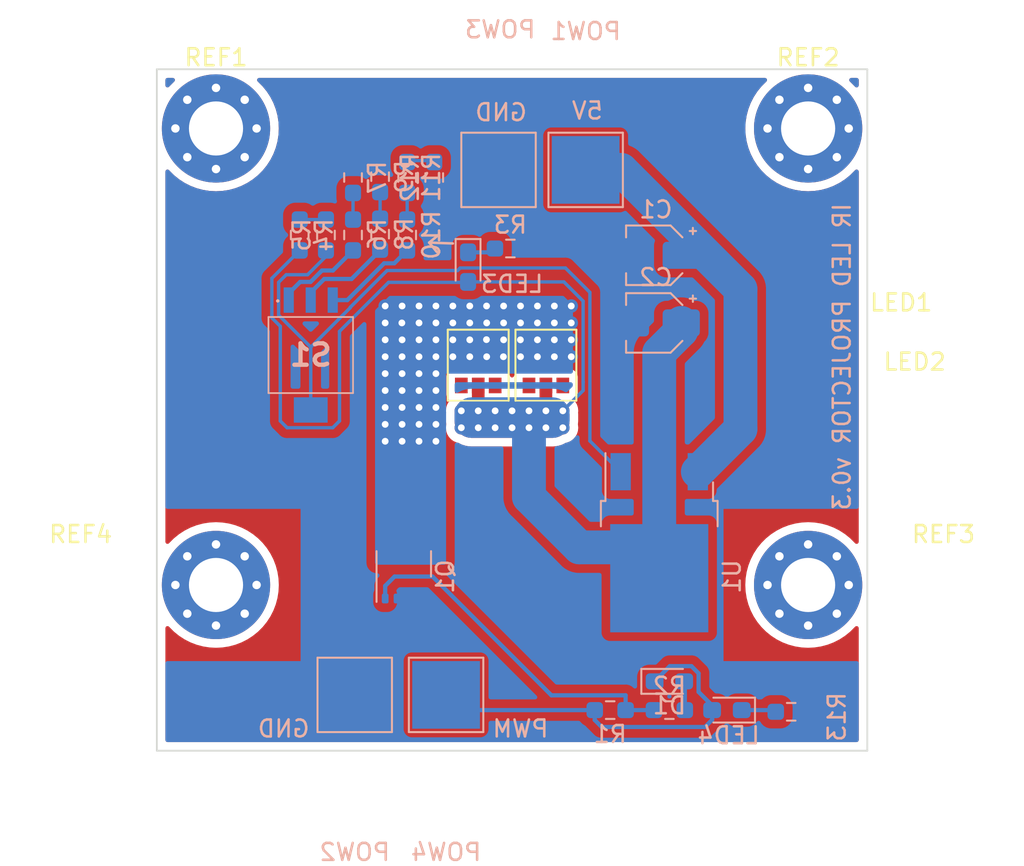
<source format=kicad_pcb>
(kicad_pcb (version 20211014) (generator pcbnew)
  (layers (0 "F.Cu" signal) (31 "B.Cu" signal) (34 "B.Paste" user) (35 "F.Paste" user) (36 "B.SilkS" user "B.Silkscreen") (37 "F.SilkS" user "F.Silkscreen") (38 "B.Mask" user) (39 "F.Mask" user) (44 "Edge.Cuts" user))
  (net 0 "")
  (net 1 "GND")
  (net 2 "Net-(R4-Pad2)")
  (net 3 "Net-(R5-Pad2)")
  (net 4 "Net-(R6-Pad2)")
  (net 5 "Net-(R8-Pad2)")
  (net 6 "Net-(R10-Pad2)")
  (net 7 "Net-(R11-Pad2)")
  (net 8 "/2,4V")
  (net 9 "/2,6V")
  (net 10 "/2,8V")
  (net 11 "/POWER_IN")
  (net 12 "/PWM_IN")
  (net 17 "Net-(Q1-Pad4)")
  (net 18 "/IN")
  (net 19 "/OUT")
  (net 20 "Net-(D1-Pad2)")
  (net 21 "Net-(LED3-Pad1)")
  (net 22 "Net-(LED4-Pad1)")
  (footprint "footprints:MountingHole_3.2mm_M3_Pad_Via" (layer "F.Cu") (at 100 130.5)
    (fp_text reference "REF4" (at -8 -3) (layer "F.SilkS"))
    (fp_text value "MountingHole_3.2mm_M3_Pad_Via")
    (pad "1" thru_hole circle locked (at -1.697056 1.697056) (size 0.8 0.8) (drill 0.5) (layers *.Cu *.Mask))
    (pad "1" thru_hole circle locked (at 0 -2.4) (size 0.8 0.8) (drill 0.5) (layers *.Cu *.Mask))
    (pad "1" thru_hole circle locked (at -1.697056 -1.697056) (size 0.8 0.8) (drill 0.5) (layers *.Cu *.Mask))
    (pad "1" thru_hole circle locked (at -2.4 0) (size 0.8 0.8) (drill 0.5) (layers *.Cu *.Mask))
    (pad "1" thru_hole circle locked (at 2.4 0) (size 0.8 0.8) (drill 0.5) (layers *.Cu *.Mask))
    (pad "1" thru_hole circle locked (at 1.697056 -1.697056) (size 0.8 0.8) (drill 0.5) (layers *.Cu *.Mask))
    (pad "1" thru_hole circle locked (at 0 0) (size 6.4 6.4) (drill 3.2) (layers *.Cu *.Mask))
    (pad "1" thru_hole circle locked (at 1.697056 1.697056) (size 0.8 0.8) (drill 0.5) (layers *.Cu *.Mask))
    (pad "1" thru_hole circle locked (at 0 2.4) (size 0.8 0.8) (drill 0.5) (layers *.Cu *.Mask))
  )
  (footprint "footprints:MountingHole_3.2mm_M3_Pad_Via" (layer "F.Cu") (at 100 103.5)
    (fp_text reference "REF1" (at 0 -4.2) (layer "F.SilkS"))
    (fp_text value "MountingHole_3.2mm_M3_Pad_Via")
    (pad "1" thru_hole circle locked (at 0 -2.4) (size 0.8 0.8) (drill 0.5) (layers *.Cu *.Mask))
    (pad "1" thru_hole circle locked (at 0 0) (size 6.4 6.4) (drill 3.2) (layers *.Cu *.Mask))
    (pad "1" thru_hole circle locked (at 0 2.4) (size 0.8 0.8) (drill 0.5) (layers *.Cu *.Mask))
    (pad "1" thru_hole circle locked (at -2.4 0) (size 0.8 0.8) (drill 0.5) (layers *.Cu *.Mask))
    (pad "1" thru_hole circle locked (at 1.697056 1.697056) (size 0.8 0.8) (drill 0.5) (layers *.Cu *.Mask))
    (pad "1" thru_hole circle locked (at 1.697056 -1.697056) (size 0.8 0.8) (drill 0.5) (layers *.Cu *.Mask))
    (pad "1" thru_hole circle locked (at 2.4 0) (size 0.8 0.8) (drill 0.5) (layers *.Cu *.Mask))
    (pad "1" thru_hole circle locked (at -1.697056 1.697056) (size 0.8 0.8) (drill 0.5) (layers *.Cu *.Mask))
    (pad "1" thru_hole circle locked (at -1.697056 -1.697056) (size 0.8 0.8) (drill 0.5) (layers *.Cu *.Mask))
  )
  (footprint "IR_LED_PROJECTOR:Belago1.1" (layer "F.Cu") (at 119.5 117.5)
    (fp_text reference "LED2" (at 21.8 -0.2 unlocked) (layer "F.SilkS"))
    (fp_text value "Belago1.1")
    (fp_line (start -1.8 -2.1) (end 1.8 -2.1) (layer "F.SilkS") (width 0.12))
    (fp_line (start -1.8 2.1) (end 1.8 2.1) (layer "F.SilkS") (width 0.1))
    (fp_line (start -1.8 2.1) (end -1.8 -2.1) (layer "F.SilkS") (width 0.12))
    (fp_line (start 1.8 2.1) (end 1.8 -2.1) (layer "F.SilkS") (width 0.12))
    (pad "1" smd rect (at -1 1.2) (size 0.75 0.925) (layers "F.Cu" "F.Paste" "F.Mask"))
    (pad "2" smd rect (at 0 1.2) (size 0.75 0.925) (layers "F.Cu" "F.Paste" "F.Mask") (net 18 "/IN"))
    (pad "3" smd rect (at 1 1.2) (size 0.75 0.925) (layers "F.Cu" "F.Paste" "F.Mask"))
    (pad "4" smd rect (at 0 -0.6) (size 2.8 2.025) (layers "F.Cu" "F.Paste" "F.Mask") (net 19 "/OUT"))
  )
  (footprint "footprints:MountingHole_3.2mm_M3_Pad_Via" (layer "F.Cu") (at 135 130.5)
    (fp_text reference "REF3" (at 8 -3) (layer "F.SilkS"))
    (fp_text value "MountingHole_3.2mm_M3_Pad_Via")
    (pad "1" thru_hole circle locked (at 1.697056 -1.697056) (size 0.8 0.8) (drill 0.5) (layers *.Cu *.Mask))
    (pad "1" thru_hole circle locked (at -1.697056 1.697056) (size 0.8 0.8) (drill 0.5) (layers *.Cu *.Mask))
    (pad "1" thru_hole circle locked (at 0 -2.4) (size 0.8 0.8) (drill 0.5) (layers *.Cu *.Mask))
    (pad "1" thru_hole circle locked (at -1.697056 -1.697056) (size 0.8 0.8) (drill 0.5) (layers *.Cu *.Mask))
    (pad "1" thru_hole circle locked (at 0 2.4) (size 0.8 0.8) (drill 0.5) (layers *.Cu *.Mask))
    (pad "1" thru_hole circle locked (at 2.4 0) (size 0.8 0.8) (drill 0.5) (layers *.Cu *.Mask))
    (pad "1" thru_hole circle locked (at 0 0) (size 6.4 6.4) (drill 3.2) (layers *.Cu *.Mask))
    (pad "1" thru_hole circle locked (at -2.4 0) (size 0.8 0.8) (drill 0.5) (layers *.Cu *.Mask))
    (pad "1" thru_hole circle locked (at 1.697056 1.697056) (size 0.8 0.8) (drill 0.5) (layers *.Cu *.Mask))
  )
  (footprint "IR_LED_PROJECTOR:Belago1.1" (layer "F.Cu") (at 115.5 117.5)
    (fp_text reference "LED1" (at 25 -3.7 unlocked) (layer "F.SilkS"))
    (fp_text value "Belago1.1")
    (fp_line (start -1.8 -2.1) (end 1.8 -2.1) (layer "F.SilkS") (width 0.12))
    (fp_line (start -1.8 2.1) (end 1.8 2.1) (layer "F.SilkS") (width 0.1))
    (fp_line (start -1.8 2.1) (end -1.8 -2.1) (layer "F.SilkS") (width 0.12))
    (fp_line (start 1.8 2.1) (end 1.8 -2.1) (layer "F.SilkS") (width 0.12))
    (pad "1" smd rect (at -1 1.2) (size 0.75 0.925) (layers "F.Cu" "F.Paste" "F.Mask"))
    (pad "2" smd rect (at 0 1.2) (size 0.75 0.925) (layers "F.Cu" "F.Paste" "F.Mask") (net 18 "/IN"))
    (pad "3" smd rect (at 1 1.2) (size 0.75 0.925) (layers "F.Cu" "F.Paste" "F.Mask"))
    (pad "4" smd rect (at 0 -0.6) (size 2.8 2.025) (layers "F.Cu" "F.Paste" "F.Mask") (net 19 "/OUT"))
  )
  (footprint "footprints:MountingHole_3.2mm_M3_Pad_Via" (layer "F.Cu") (at 135 103.5)
    (fp_text reference "REF2" (at 0 -4.2) (layer "F.SilkS"))
    (fp_text value "MountingHole_3.2mm_M3_Pad_Via")
    (pad "1" thru_hole circle locked (at 2.4 0) (size 0.8 0.8) (drill 0.5) (layers *.Cu *.Mask))
    (pad "1" thru_hole circle locked (at 1.697056 1.697056) (size 0.8 0.8) (drill 0.5) (layers *.Cu *.Mask))
    (pad "1" thru_hole circle locked (at -1.697056 -1.697056) (size 0.8 0.8) (drill 0.5) (layers *.Cu *.Mask))
    (pad "1" thru_hole circle locked (at -2.4 0) (size 0.8 0.8) (drill 0.5) (layers *.Cu *.Mask))
    (pad "1" thru_hole circle locked (at -1.697056 1.697056) (size 0.8 0.8) (drill 0.5) (layers *.Cu *.Mask))
    (pad "1" thru_hole circle locked (at 0 2.4) (size 0.8 0.8) (drill 0.5) (layers *.Cu *.Mask))
    (pad "1" thru_hole circle locked (at 0 0) (size 6.4 6.4) (drill 3.2) (layers *.Cu *.Mask))
    (pad "1" thru_hole circle locked (at 1.697056 -1.697056) (size 0.8 0.8) (drill 0.5) (layers *.Cu *.Mask))
    (pad "1" thru_hole circle locked (at 0 -2.4) (size 0.8 0.8) (drill 0.5) (layers *.Cu *.Mask))
  )
  (footprint "footprints:R_0603_1608Metric_Pad0.98x0.95mm_HandSolder" (layer "B.Cu") (at 109.7 109.75 90)
    (fp_text reference "R8" (at 0 1.43 270) (layer "B.SilkS") (effects (justify mirror)))
    (fp_text value "1k")
    (fp_line (start -0.254724 0.5225) (end 0.254724 0.5225) (layer "B.SilkS") (width 0.12))
    (fp_line (start -0.254724 -0.5225) (end 0.254724 -0.5225) (layer "B.SilkS") (width 0.12))
    (pad "1" smd roundrect locked (at -0.9125 0 90) (size 0.975 0.95) (layers "B.Cu" "B.Paste" "B.Mask") (net 9 "/2,6V"))
    (pad "2" smd roundrect locked (at 0.9125 0 90) (size 0.975 0.95) (layers "B.Cu" "B.Paste" "B.Mask") (net 5 "Net-(R8-Pad2)"))
  )
  (footprint "footprints:R_0603_1608Metric_Pad0.98x0.95mm_HandSolder" (layer "B.Cu") (at 126.8 137.9 180)
    (fp_text reference "R2" (at 0 1.43) (layer "B.SilkS") (effects (justify mirror)))
    (fp_text value "0")
    (fp_line (start -0.254724 -0.5225) (end 0.254724 -0.5225) (layer "B.SilkS") (width 0.12))
    (fp_line (start -0.254724 0.5225) (end 0.254724 0.5225) (layer "B.SilkS") (width 0.12))
    (pad "1" smd roundrect locked (at -0.9125 0 180) (size 0.975 0.95) (layers "B.Cu" "B.Paste" "B.Mask") (net 20 "Net-(D1-Pad2)"))
    (pad "2" smd roundrect locked (at 0.9125 0 180) (size 0.975 0.95) (layers "B.Cu" "B.Paste" "B.Mask") (net 17 "Net-(Q1-Pad4)"))
  )
  (footprint "footprints:R_0603_1608Metric_Pad0.98x0.95mm_HandSolder" (layer "B.Cu") (at 111.3 106.4 90)
    (fp_text reference "R11" (at 0 1.43 270) (layer "B.SilkS") (effects (justify mirror)))
    (fp_text value "200")
    (fp_line (start -0.254724 -0.5225) (end 0.254724 -0.5225) (layer "B.SilkS") (width 0.12))
    (fp_line (start -0.254724 0.5225) (end 0.254724 0.5225) (layer "B.SilkS") (width 0.12))
    (pad "1" smd roundrect locked (at -0.9125 0 90) (size 0.975 0.95) (layers "B.Cu" "B.Paste" "B.Mask") (net 6 "Net-(R10-Pad2)"))
    (pad "2" smd roundrect locked (at 0.9125 0 90) (size 0.975 0.95) (layers "B.Cu" "B.Paste" "B.Mask") (net 7 "Net-(R11-Pad2)"))
  )
  (footprint "footprints:D_0603_1608Metric_Pad1.05x0.95mm_HandSolder" (layer "B.Cu") (at 114.9 111.7 -90)
    (fp_text reference "LED3" (at 1 -2.6 180) (layer "B.SilkS") (effects (justify mirror)))
    (fp_text value "GREEN")
    (fp_line (start -1.66 -0.735) (end 0.8 -0.735) (layer "B.SilkS") (width 0.12))
    (fp_line (start 0.8 0.735) (end -1.66 0.735) (layer "B.SilkS") (width 0.12))
    (fp_line (start -1.66 0.735) (end -1.66 -0.735) (layer "B.SilkS") (width 0.12))
    (pad "1" smd roundrect locked (at -0.875 0 270) (size 1.05 0.95) (layers "B.Cu" "B.Paste" "B.Mask") (net 21 "Net-(LED3-Pad1)"))
    (pad "2" smd roundrect locked (at 0.875 0 270) (size 1.05 0.95) (layers "B.Cu" "B.Paste" "B.Mask") (net 18 "/IN"))
  )
  (footprint "footprints:R_0603_1608Metric_Pad0.98x0.95mm_HandSolder" (layer "B.Cu") (at 123.3 137.9)
    (fp_text reference "R1" (at 0 1.43 180) (layer "B.SilkS") (effects (justify mirror)))
    (fp_text value "1k")
    (fp_line (start -0.254724 0.5225) (end 0.254724 0.5225) (layer "B.SilkS") (width 0.12))
    (fp_line (start -0.254724 -0.5225) (end 0.254724 -0.5225) (layer "B.SilkS") (width 0.12))
    (pad "1" smd roundrect locked (at -0.9125 0) (size 0.975 0.95) (layers "B.Cu" "B.Paste" "B.Mask") (net 12 "/PWM_IN"))
    (pad "2" smd roundrect locked (at 0.9125 0) (size 0.975 0.95) (layers "B.Cu" "B.Paste" "B.Mask") (net 17 "Net-(Q1-Pad4)"))
  )
  (footprint "footprints:TestPoint_Pad_4.0x4.0mm" (layer "B.Cu") (at 121.85 105.95 180)
    (fp_text reference "POW1" (at 0 8.2) (layer "B.SilkS") (effects (justify mirror)))
    (fp_text value "TestPoint_Flag")
    (fp_line (start -2.2 2.2) (end 2.2 2.2) (layer "B.SilkS") (width 0.12))
    (fp_line (start 2.2 -2.2) (end -2.2 -2.2) (layer "B.SilkS") (width 0.12))
    (fp_line (start 2.2 2.2) (end 2.2 -2.2) (layer "B.SilkS") (width 0.12))
    (fp_line (start -2.2 -2.2) (end -2.2 2.2) (layer "B.SilkS") (width 0.12))
    (pad "1" smd rect locked (at 0 0 180) (size 4 4) (layers "B.Cu" "B.Mask") (net 11 "/POWER_IN"))
  )
  (footprint "IR_LED_PROJECTOR:DFN3x3A_8L_NEP_P" (layer "B.Cu") (at 111.1 130 90)
    (fp_text reference "Q1" (at 0 2.45 90) (layer "B.SilkS") (effects (justify mirror)))
    (fp_text value "Q_NMOS_DGS")
    (fp_line (start -1.5 -1.61) (end 1.5 -1.61) (layer "B.SilkS") (width 0.12))
    (fp_line (start 0 1.61) (end 1.5 1.61) (layer "B.SilkS") (width 0.12))
    (pad "1" smd roundrect locked (at -1.3 1.1 90) (size 0.58 0.4) (layers "B.Cu" "B.Paste" "B.Mask") (net 1 "GND"))
    (pad "2" smd roundrect locked (at -1.3 0.4 90) (size 0.58 0.4) (layers "B.Cu" "B.Paste" "B.Mask") (net 1 "GND"))
    (pad "3" smd roundrect locked (at -1.3 -0.4 90) (size 0.58 0.4) (layers "B.Cu" "B.Paste" "B.Mask") (net 1 "GND"))
    (pad "4" smd roundrect locked (at -1.3 -1.1 90) (size 0.58 0.4) (layers "B.Cu" "B.Paste" "B.Mask") (net 17 "Net-(Q1-Pad4)"))
    (pad "5" smd roundrect locked (at 1.3 -1.1 90) (size 0.58 0.4) (layers "B.Cu" "B.Paste" "B.Mask") (net 19 "/OUT"))
    (pad "6" smd roundrect locked (at 1.3 -0.4 90) (size 0.58 0.4) (layers "B.Cu" "B.Paste" "B.Mask") (net 19 "/OUT"))
    (pad "7" smd roundrect locked (at 1.3 0.4 90) (size 0.58 0.4) (layers "B.Cu" "B.Paste" "B.Mask") (net 19 "/OUT"))
    (pad "8" smd roundrect locked (at 1.3 1.1 90) (size 0.58 0.4) (layers "B.Cu" "B.Paste" "B.Mask") (net 19 "/OUT"))
  )
  (footprint "Capacitor_SMD:CP_Elec_3x5.4" (layer "B.Cu") (at 126 111 180)
    (fp_text reference "C1" (at 0 2.7) (layer "B.SilkS") (effects (justify mirror)))
    (fp_text value "10µF")
    (fp_line (start -0.870563 1.76) (end 1.76 1.76) (layer "B.SilkS") (width 0.12))
    (fp_line (start -2.1875 1.6225) (end -2.1875 1.2475) (layer "B.SilkS") (width 0.12))
    (fp_line (start -1.570563 1.06) (end -0.870563 1.76) (layer "B.SilkS") (width 0.12))
    (fp_line (start -0.870563 -1.76) (end 1.76 -1.76) (layer "B.SilkS") (width 0.12))
    (fp_line (start 1.76 1.76) (end 1.76 1.06) (layer "B.SilkS") (width 0.12))
    (fp_line (start -1.570563 -1.06) (end -0.870563 -1.76) (layer "B.SilkS") (width 0.12))
    (fp_line (start -2.375 1.435) (end -2 1.435) (layer "B.SilkS") (width 0.12))
    (fp_line (start 1.76 -1.76) (end 1.76 -1.06) (layer "B.SilkS") (width 0.12))
    (pad "1" smd roundrect locked (at -1.5 0 180) (size 2.2 1.6) (layers "B.Cu" "B.Paste" "B.Mask") (roundrect_rratio 0.15625) (net 11 "/POWER_IN"))
    (pad "2" smd roundrect locked (at 1.5 0 180) (size 2.2 1.6) (layers "B.Cu" "B.Paste" "B.Mask") (roundrect_rratio 0.15625) (net 1 "GND"))
  )
  (footprint "footprints:D_0603_1608Metric_Pad1.05x0.95mm_HandSolder" (layer "B.Cu") (at 126.8 136.2)
    (fp_text reference "D1" (at 0 1.43 180) (layer "B.SilkS") (effects (justify mirror)))
    (fp_text value "BAT48, 40 V")
    (fp_line (start -1.66 0.735) (end -1.66 -0.735) (layer "B.SilkS") (width 0.12))
    (fp_line (start 0.8 0.735) (end -1.66 0.735) (layer "B.SilkS") (width 0.12))
    (fp_line (start -1.66 -0.735) (end 0.8 -0.735) (layer "B.SilkS") (width 0.12))
    (pad "1" smd roundrect locked (at -0.875 0) (size 1.05 0.95) (layers "B.Cu" "B.Paste" "B.Mask") (net 12 "/PWM_IN"))
    (pad "2" smd roundrect locked (at 0.875 0) (size 1.05 0.95) (layers "B.Cu" "B.Paste" "B.Mask") (net 20 "Net-(D1-Pad2)"))
  )
  (footprint "footprints:R_0603_1608Metric_Pad0.98x0.95mm_HandSolder" (layer "B.Cu") (at 106.5 109.8 -90)
    (fp_text reference "R5" (at 0 1.43 90) (layer "B.SilkS") (effects (justify mirror)))
    (fp_text value "100")
    (fp_line (start -0.254724 0.5225) (end 0.254724 0.5225) (layer "B.SilkS") (width 0.12))
    (fp_line (start -0.254724 -0.5225) (end 0.254724 -0.5225) (layer "B.SilkS") (width 0.12))
    (pad "1" smd roundrect locked (at -0.9125 0 270) (size 0.975 0.95) (layers "B.Cu" "B.Paste" "B.Mask") (net 2 "Net-(R4-Pad2)"))
    (pad "2" smd roundrect locked (at 0.9125 0 270) (size 0.975 0.95) (layers "B.Cu" "B.Paste" "B.Mask") (net 3 "Net-(R5-Pad2)"))
  )
  (footprint "Package_TO_SOT_SMD:TO-252-3_TabPin2" (layer "B.Cu") (at 126.2 128 -90)
    (fp_text reference "U1" (at 2 -4.3 90) (layer "B.SilkS") (effects (justify mirror)))
    (fp_text value "AZ1084-ADJ")
    (fp_line (start -0.97 3.45) (end -2.47 3.45) (layer "B.SilkS") (width 0.12))
    (fp_line (start -2.47 3.18) (end -5.3 3.18) (layer "B.SilkS") (width 0.12))
    (fp_line (start -0.97 -3.45) (end -2.47 -3.45) (layer "B.SilkS") (width 0.12))
    (fp_line (start -2.47 -3.18) (end -3.57 -3.18) (layer "B.SilkS") (width 0.12))
    (fp_line (start -2.47 -3.45) (end -2.47 -3.18) (layer "B.SilkS") (width 0.12))
    (fp_line (start -2.47 3.45) (end -2.47 3.18) (layer "B.SilkS") (width 0.12))
    (pad "1" smd rect locked (at -4.2 2.28 270) (size 2.2 1.2) (layers "B.Cu" "B.Paste" "B.Mask") (net 3 "Net-(R5-Pad2)"))
    (pad "2" smd rect locked (at 2.1 0 270) (size 6.4 5.8) (layers "B.Cu" "B.Mask") (net 18 "/IN"))
    (pad "2" smd rect locked (at -4.2 0 270) (size 2.2 1.2) (layers "B.Cu" "B.Paste" "B.Mask") (net 18 "/IN"))
    (pad "3" smd rect locked (at -4.2 -2.28 270) (size 2.2 1.2) (layers "B.Cu" "B.Paste" "B.Mask") (net 11 "/POWER_IN"))
  )
  (footprint "footprints:R_0603_1608Metric_Pad0.98x0.95mm_HandSolder" (layer "B.Cu") (at 111.3 109.8 90)
    (fp_text reference "R10" (at 0 1.43 270) (layer "B.SilkS") (effects (justify mirror)))
    (fp_text value "1k")
    (fp_line (start -0.254724 0.5225) (end 0.254724 0.5225) (layer "B.SilkS") (width 0.12))
    (fp_line (start -0.254724 -0.5225) (end 0.254724 -0.5225) (layer "B.SilkS") (width 0.12))
    (pad "1" smd roundrect locked (at -0.9125 0 90) (size 0.975 0.95) (layers "B.Cu" "B.Paste" "B.Mask") (net 10 "/2,8V"))
    (pad "2" smd roundrect locked (at 0.9125 0 90) (size 0.975 0.95) (layers "B.Cu" "B.Paste" "B.Mask") (net 6 "Net-(R10-Pad2)"))
  )
  (footprint "footprints:R_0603_1608Metric_Pad0.98x0.95mm_HandSolder" (layer "B.Cu") (at 108.1 109.8 90)
    (fp_text reference "R6" (at 0 1.43 270) (layer "B.SilkS") (effects (justify mirror)))
    (fp_text value "1k")
    (fp_line (start -0.254724 0.5225) (end 0.254724 0.5225) (layer "B.SilkS") (width 0.12))
    (fp_line (start -0.254724 -0.5225) (end 0.254724 -0.5225) (layer "B.SilkS") (width 0.12))
    (pad "1" smd roundrect locked (at -0.9125 0 90) (size 0.975 0.95) (layers "B.Cu" "B.Paste" "B.Mask") (net 8 "/2,4V"))
    (pad "2" smd roundrect locked (at 0.9125 0 90) (size 0.975 0.95) (layers "B.Cu" "B.Paste" "B.Mask") (net 4 "Net-(R6-Pad2)"))
  )
  (footprint "Capacitor_SMD:CP_Elec_3x5.4" (layer "B.Cu") (at 126 115 180)
    (fp_text reference "C2" (at 0 2.7) (layer "B.SilkS") (effects (justify mirror)))
    (fp_text value "22µF")
    (fp_line (start -0.870563 1.76) (end 1.76 1.76) (layer "B.SilkS") (width 0.12))
    (fp_line (start 1.76 1.76) (end 1.76 1.06) (layer "B.SilkS") (width 0.12))
    (fp_line (start -0.870563 -1.76) (end 1.76 -1.76) (layer "B.SilkS") (width 0.12))
    (fp_line (start -1.570563 1.06) (end -0.870563 1.76) (layer "B.SilkS") (width 0.12))
    (fp_line (start 1.76 -1.76) (end 1.76 -1.06) (layer "B.SilkS") (width 0.12))
    (fp_line (start -2.375 1.435) (end -2 1.435) (layer "B.SilkS") (width 0.12))
    (fp_line (start -2.1875 1.6225) (end -2.1875 1.2475) (layer "B.SilkS") (width 0.12))
    (fp_line (start -1.570563 -1.06) (end -0.870563 -1.76) (layer "B.SilkS") (width 0.12))
    (pad "1" smd roundrect locked (at -1.5 0 180) (size 2.2 1.6) (layers "B.Cu" "B.Paste" "B.Mask") (roundrect_rratio 0.15625) (net 18 "/IN"))
    (pad "2" smd roundrect locked (at 1.5 0 180) (size 2.2 1.6) (layers "B.Cu" "B.Paste" "B.Mask") (roundrect_rratio 0.15625) (net 1 "GND"))
  )
  (footprint "footprints:TestPoint_Pad_4.0x4.0mm" (layer "B.Cu") (at 116.7 105.95 180)
    (fp_text reference "POW3" (at -0.1 8.3) (layer "B.SilkS") (effects (justify mirror)))
    (fp_text value "TestPoint_Flag")
    (fp_line (start 2.2 -2.2) (end -2.2 -2.2) (layer "B.SilkS") (width 0.12))
    (fp_line (start -2.2 2.2) (end 2.2 2.2) (layer "B.SilkS") (width 0.12))
    (fp_line (start 2.2 2.2) (end 2.2 -2.2) (layer "B.SilkS") (width 0.12))
    (fp_line (start -2.2 -2.2) (end -2.2 2.2) (layer "B.SilkS") (width 0.12))
    (pad "1" smd rect locked (at 0 0 180) (size 4 4) (layers "B.Cu" "B.Mask") (net 1 "GND"))
  )
  (footprint "footprints:R_0603_1608Metric_Pad0.98x0.95mm_HandSolder" (layer "B.Cu") (at 134 138)
    (fp_text reference "R13" (at 2.7 0.3 90) (layer "B.SilkS") (effects (justify mirror)))
    (fp_text value "130R")
    (fp_line (start -0.254724 -0.5225) (end 0.254724 -0.5225) (layer "B.SilkS") (width 0.12))
    (fp_line (start -0.254724 0.5225) (end 0.254724 0.5225) (layer "B.SilkS") (width 0.12))
    (pad "1" smd roundrect locked (at -0.9125 0) (size 0.975 0.95) (layers "B.Cu" "B.Paste" "B.Mask") (net 22 "Net-(LED4-Pad1)"))
    (pad "2" smd roundrect locked (at 0.9125 0) (size 0.975 0.95) (layers "B.Cu" "B.Paste" "B.Mask") (net 1 "GND"))
  )
  (footprint "footprints:R_0603_1608Metric_Pad0.98x0.95mm_HandSolder" (layer "B.Cu") (at 108.1 106.4 90)
    (fp_text reference "R7" (at 0 1.43 270) (layer "B.SilkS") (effects (justify mirror)))
    (fp_text value "19,6")
    (fp_line (start -0.254724 -0.5225) (end 0.254724 -0.5225) (layer "B.SilkS") (width 0.12))
    (fp_line (start -0.254724 0.5225) (end 0.254724 0.5225) (layer "B.SilkS") (width 0.12))
    (pad "1" smd roundrect locked (at -0.9125 0 90) (size 0.975 0.95) (layers "B.Cu" "B.Paste" "B.Mask") (net 4 "Net-(R6-Pad2)"))
    (pad "2" smd roundrect locked (at 0.9125 0 90) (size 0.975 0.95) (layers "B.Cu" "B.Paste" "B.Mask") (net 1 "GND"))
  )
  (footprint "footprints:R_0603_1608Metric_Pad0.98x0.95mm_HandSolder" (layer "B.Cu") (at 117.4 110.6)
    (fp_text reference "R3" (at 0 -1.4) (layer "B.SilkS") (effects (justify mirror)))
    (fp_text value "130R")
    (fp_line (start -0.254724 0.5225) (end 0.254724 0.5225) (layer "B.SilkS") (width 0.12))
    (fp_line (start -0.254724 -0.5225) (end 0.254724 -0.5225) (layer "B.SilkS") (width 0.12))
    (pad "1" smd roundrect locked (at -0.9125 0) (size 0.975 0.95) (layers "B.Cu" "B.Paste" "B.Mask") (net 21 "Net-(LED3-Pad1)"))
    (pad "2" smd roundrect locked (at 0.9125 0) (size 0.975 0.95) (layers "B.Cu" "B.Paste" "B.Mask") (net 1 "GND"))
  )
  (footprint "footprints:R_0603_1608Metric_Pad0.98x0.95mm_HandSolder" (layer "B.Cu") (at 112.9 106.4 -90)
    (fp_text reference "R12" (at 0 1.43 90) (layer "B.SilkS") (effects (justify mirror)))
    (fp_text value "200")
    (fp_line (start -0.254724 0.5225) (end 0.254724 0.5225) (layer "B.SilkS") (width 0.12))
    (fp_line (start -0.254724 -0.5225) (end 0.254724 -0.5225) (layer "B.SilkS") (width 0.12))
    (pad "1" smd roundrect locked (at -0.9125 0 270) (size 0.975 0.95) (layers "B.Cu" "B.Paste" "B.Mask") (net 7 "Net-(R11-Pad2)"))
    (pad "2" smd roundrect locked (at 0.9125 0 270) (size 0.975 0.95) (layers "B.Cu" "B.Paste" "B.Mask") (net 1 "GND"))
  )
  (footprint "footprints:TestPoint_Pad_4.0x4.0mm" (layer "B.Cu") (at 113.6 137 180)
    (fp_text reference "POW4" (at 0 -9.3) (layer "B.SilkS") (effects (justify mirror)))
    (fp_text value "TestPoint_Flag")
    (fp_line (start -2.2 -2.2) (end -2.2 2.2) (layer "B.SilkS") (width 0.12))
    (fp_line (start 2.2 2.2) (end 2.2 -2.2) (layer "B.SilkS") (width 0.12))
    (fp_line (start 2.2 -2.2) (end -2.2 -2.2) (layer "B.SilkS") (width 0.12))
    (fp_line (start -2.2 2.2) (end 2.2 2.2) (layer "B.SilkS") (width 0.12))
    (pad "1" smd rect locked (at 0 0 180) (size 4 4) (layers "B.Cu" "B.Mask") (net 12 "/PWM_IN"))
  )
  (footprint "footprints:D_0603_1608Metric_Pad1.05x0.95mm_HandSolder" (layer "B.Cu") (at 130.2 137.9 180)
    (fp_text reference "LED4" (at -0.1 -1.5) (layer "B.SilkS") (effects (justify mirror)))
    (fp_text value "GREEN")
    (fp_line (start -1.66 0.735) (end -1.66 -0.735) (layer "B.SilkS") (width 0.12))
    (fp_line (start 0.8 0.735) (end -1.66 0.735) (layer "B.SilkS") (width 0.12))
    (fp_line (start -1.66 -0.735) (end 0.8 -0.735) (layer "B.SilkS") (width 0.12))
    (pad "1" smd roundrect locked (at -0.875 0 180) (size 1.05 0.95) (layers "B.Cu" "B.Paste" "B.Mask") (net 22 "Net-(LED4-Pad1)"))
    (pad "2" smd roundrect locked (at 0.875 0 180) (size 1.05 0.95) (layers "B.Cu" "B.Paste" "B.Mask") (net 12 "/PWM_IN"))
  )
  (footprint "footprints:R_0603_1608Metric_Pad0.98x0.95mm_HandSolder" (layer "B.Cu") (at 109.7 106.35 90)
    (fp_text reference "R9" (at 0 1.43 270) (layer "B.SilkS") (effects (justify mirror)))
    (fp_text value "200")
    (fp_line (start -0.254724 0.5225) (end 0.254724 0.5225) (layer "B.SilkS") (width 0.12))
    (fp_line (start -0.254724 -0.5225) (end 0.254724 -0.5225) (layer "B.SilkS") (width 0.12))
    (pad "1" smd roundrect locked (at -0.9125 0 90) (size 0.975 0.95) (layers "B.Cu" "B.Paste" "B.Mask") (net 5 "Net-(R8-Pad2)"))
    (pad "2" smd roundrect locked (at 0.9125 0 90) (size 0.975 0.95) (layers "B.Cu" "B.Paste" "B.Mask") (net 1 "GND"))
  )
  (footprint "footprints:TestPoint_Pad_4.0x4.0mm" (layer "B.Cu") (at 108.2 137 180)
    (fp_text reference "POW2" (at 0 -9.3) (layer "B.SilkS") (effects (justify mirror)))
    (fp_text value "TestPoint_Flag")
    (fp_line (start -2.2 2.2) (end 2.2 2.2) (layer "B.SilkS") (width 0.12))
    (fp_line (start 2.2 2.2) (end 2.2 -2.2) (layer "B.SilkS") (width 0.12))
    (fp_line (start -2.2 -2.2) (end -2.2 2.2) (layer "B.SilkS") (width 0.12))
    (fp_line (start 2.2 -2.2) (end -2.2 -2.2) (layer "B.SilkS") (width 0.12))
    (pad "1" smd rect locked (at 0 0 180) (size 4 4) (layers "B.Cu" "B.Mask") (net 1 "GND"))
  )
  (footprint "footprints:R_0603_1608Metric_Pad0.98x0.95mm_HandSolder" (layer "B.Cu") (at 104.95 109.8 90)
    (fp_text reference "R4" (at 0 1.43 270) (layer "B.SilkS") (effects (justify mirror)))
    (fp_text value "1k")
    (fp_line (start -0.254724 -0.5225) (end 0.254724 -0.5225) (layer "B.SilkS") (width 0.12))
    (fp_line (start -0.254724 0.5225) (end 0.254724 0.5225) (layer "B.SilkS") (width 0.12))
    (pad "1" smd roundrect locked (at -0.9125 0 90) (size 0.975 0.95) (layers "B.Cu" "B.Paste" "B.Mask") (net 18 "/IN"))
    (pad "2" smd roundrect locked (at 0.9125 0 90) (size 0.975 0.95) (layers "B.Cu" "B.Paste" "B.Mask") (net 2 "Net-(R4-Pad2)"))
  )
  (footprint "IR_LED_PROJECTOR:CS413NTB" (layer "B.Cu") (at 105.6 116.9)
    (fp_text reference "S1" (at 0 0 180) (layer "B.SilkS") (effects (font (size 1.27 1.27) (thickness 0.254)) (justify mirror)))
    (fp_text value "CS-4-13NTB" hide)
    (fp_line (start -2.5 2.25) (end 2.5 2.25) (layer "B.SilkS") (width 0.1))
    (fp_line (start 2.5 -2.25) (end -2.5 -2.25) (layer "B.SilkS") (width 0.1))
    (fp_line (start -2 -3.2) (end -2 -3.2) (layer "B.SilkS") (width 0.1))
    (fp_line (start -2.5 -2.25) (end -2.5 2.25) (layer "B.SilkS") (width 0.1))
    (fp_line (start 2.5 2.25) (end 2.5 -2.25) (layer "B.SilkS") (width 0.1))
    (fp_line (start -1.9 -3.2) (end -1.9 -3.2) (layer "B.SilkS") (width 0.1))
    (fp_arc (start -1.9 -3.2) (mid -1.95 -3.15) (end -2 -3.2) (layer "B.SilkS") (width 0.1))
    (fp_arc (start -2 -3.2) (mid -1.95 -3.25) (end -1.9 -3.2) (layer "B.SilkS") (width 0.1))
    (pad "1" smd rect locked (at -1.3 -3.25) (size 0.6 1.5) (layers "B.Cu" "B.Paste" "B.Mask") (net 8 "/2,4V"))
    (pad "2" smd rect locked (at 0 -3.25) (size 0.6 1.5) (layers "B.Cu" "B.Paste" "B.Mask") (net 9 "/2,6V"))
    (pad "3" smd rect locked (at 1.3 -3.25) (size 0.6 1.5) (layers "B.Cu" "B.Paste" "B.Mask") (net 10 "/2,8V"))
    (pad "4" smd rect locked (at 0 3.25 270) (size 1.5 2) (layers "B.Cu" "B.Paste" "B.Mask") (net 3 "Net-(R5-Pad2)"))
  )
  (gr_line (start 112.6 110.25) (end 113.15 109.8) (layer "B.SilkS") (width 0.15))
  (gr_line (start 112.6 110.25) (end 113.05 110.8) (layer "B.SilkS") (width 0.15))
  (gr_line (start 114 110.3) (end 112.6 110.25) (layer "B.SilkS") (width 0.15))
  (gr_line (start 138.5 140.3) (end 138.5 100) (layer "Edge.Cuts") (width 0.1))
  (gr_line (start 96.5 140.3) (end 138.5 140.3) (layer "Edge.Cuts") (width 0.1))
  (gr_line (start 96.5 100) (end 96.5 140.3) (layer "Edge.Cuts") (width 0.1))
  (gr_line (start 96.5 100) (end 138.5 100) (layer "Edge.Cuts") (width 0.1))
  (gr_text "5V" (at 121.95 102.45) (layer "B.SilkS") (effects (font (size 1 1)) (justify mirror)))
  (gr_text "IR LED PROJECTOR v0.3" (at 137 117 90) (layer "B.SilkS") (effects (font (size 1 1)) (justify mirror)))
  (gr_text "GND" (at 104 139) (layer "B.SilkS") (effects (font (size 1 1)) (justify mirror)))
  (gr_text "GND" (at 116.85 102.55) (layer "B.SilkS") (effects (font (size 1 1)) (justify mirror)))
  (gr_text "PWM" (at 118 139) (layer "B.SilkS") (effects (font (size 1 1)) (justify mirror)))
  (segment (start 106.5 108.8875) (end 104.95 108.8875) (width 0.2) (layer "B.Cu") (net 2))
  (segment (start 110.112862 111.9) (end 107.938343 114.074519) (width 0.2) (layer "B.Cu") (net 3))
  (segment (start 104.150008 112.15097) (end 105.41295 112.15097) (width 0.2) (layer "B.Cu") (net 3))
  (segment (start 103.700489 112.600489) (end 104.150008 112.15097) (width 0.2) (layer "B.Cu") (net 3))
  (segment (start 105.41295 112.15097) (end 106.5 111.06392) (width 0.2) (layer "B.Cu") (net 3))
  (segment (start 103.700489 114.535483) (end 103.700489 112.600489) (width 0.2) (layer "B.Cu") (net 3))
  (segment (start 107.938343 114.096651) (end 105.6 116.434994) (width 0.2) (layer "B.Cu") (net 3))
  (segment (start 122.1 121.98) (end 122.1 113.194656) (width 0.2) (layer "B.Cu") (net 3))
  (segment (start 106.5 111.06392) (end 106.5 110.7125) (width 0.2) (layer "B.Cu") (net 3))
  (segment (start 105.6 116.434994) (end 103.700489 114.535483) (width 0.2) (layer "B.Cu") (net 3))
  (segment (start 107.938343 114.074519) (end 107.938343 114.096651) (width 0.2) (layer "B.Cu") (net 3))
  (segment (start 105.6 116.434994) (end 105.6 120.15) (width 0.2) (layer "B.Cu") (net 3))
  (segment (start 114.433478 111.75048) (end 114.283958 111.9) (width 0.2) (layer "B.Cu") (net 3))
  (segment (start 122.1 113.194656) (end 120.655824 111.75048) (width 0.2) (layer "B.Cu") (net 3))
  (segment (start 123.92 123.8) (end 122.1 121.98) (width 0.2) (layer "B.Cu") (net 3))
  (segment (start 120.655824 111.75048) (end 114.433478 111.75048) (width 0.2) (layer "B.Cu") (net 3))
  (segment (start 114.283958 111.9) (end 110.112862 111.9) (width 0.2) (layer "B.Cu") (net 3))
  (segment (start 108.1 107.4) (end 108.1 108.8875) (width 0.2) (layer "B.Cu") (net 4))
  (segment (start 109.7 107.4) (end 109.7 108.8875) (width 0.2) (layer "B.Cu") (net 5))
  (segment (start 111.3 107.4) (end 111.3 108.8875) (width 0.2) (layer "B.Cu") (net 6))
  (segment (start 111.3 105.4) (end 112.8125 105.4) (width 0.2) (layer "B.Cu") (net 7))
  (segment (start 112.8125 105.4) (end 112.9 105.4875) (width 0.2) (layer "B.Cu") (net 7))
  (segment (start 104.3 113.65) (end 104.3 113.250978) (width 0.25) (layer "B.Cu") (net 8))
  (segment (start 104.3 113.250978) (end 104.975489 112.575489) (width 0.25) (layer "B.Cu") (net 8))
  (segment (start 104.975489 112.575489) (end 105.588793 112.575489) (width 0.25) (layer "B.Cu") (net 8))
  (segment (start 105.588793 112.575489) (end 106.264282 111.9) (width 0.25) (layer "B.Cu") (net 8))
  (segment (start 106.264282 111.9) (end 106.9125 111.9) (width 0.25) (layer "B.Cu") (net 8))
  (segment (start 106.9125 111.9) (end 108.1 110.7125) (width 0.25) (layer "B.Cu") (net 8))
  (segment (start 105.6 113.65) (end 105.6 113.2) (width 0.25) (layer "B.Cu") (net 9))
  (segment (start 105.6 113.2) (end 106.4 112.4) (width 0.25) (layer "B.Cu") (net 9))
  (segment (start 108.0125 112.4) (end 109.7 110.7125) (width 0.25) (layer "B.Cu") (net 9))
  (segment (start 106.4 112.4) (end 108.0125 112.4) (width 0.25) (layer "B.Cu") (net 9))
  (segment (start 109.93798 111.47452) (end 110.53798 111.47452) (width 0.25) (layer "B.Cu") (net 10))
  (segment (start 110.53798 111.47452) (end 111.3 110.7125) (width 0.25) (layer "B.Cu") (net 10))
  (segment (start 107.7625 113.65) (end 109.93798 111.47452) (width 0.25) (layer "B.Cu") (net 10))
  (segment (start 106.9 113.65) (end 107.7625 113.65) (width 0.25) (layer "B.Cu") (net 10))
  (segment (start 123.95 105.95) (end 121.85 105.95) (width 2) (layer "B.Cu") (net 11))
  (segment (start 131 113) (end 123.95 105.95) (width 2) (layer "B.Cu") (net 11))
  (segment (start 131 121.28) (end 131 113) (width 2) (layer "B.Cu") (net 11))
  (segment (start 128.48 123.8) (end 131 121.28) (width 2) (layer "B.Cu") (net 11))
  (segment (start 126.825 135.3) (end 125.925 136.2) (width 0.25) (layer "B.Cu") (net 12))
  (segment (start 129.325 137.625) (end 128.52452 136.82452) (width 0.25) (layer "B.Cu") (net 12))
  (segment (start 122.3875 137.9) (end 122.3875 138.4875) (width 0.25) (layer "B.Cu") (net 12))
  (segment (start 128.52452 136.82452) (end 128.52452 135.723122) (width 0.25) (layer "B.Cu") (net 12))
  (segment (start 113.7 137.9) (end 113.6 137.8) (width 0.25) (layer "B.Cu") (net 12))
  (segment (start 122.3875 138.4875) (end 122.8 138.9) (width 0.25) (layer "B.Cu") (net 12))
  (segment (start 129.325 137.9) (end 129.325 137.625) (width 0.25) (layer "B.Cu") (net 12))
  (segment (start 122.8 138.9) (end 128.9 138.9) (width 0.25) (layer "B.Cu") (net 12))
  (segment (start 128.52452 135.723122) (end 128.101398 135.3) (width 0.25) (layer "B.Cu") (net 12))
  (segment (start 129.325 138.475) (end 129.325 137.9) (width 0.25) (layer "B.Cu") (net 12))
  (segment (start 128.9 138.9) (end 129.325 138.475) (width 0.25) (layer "B.Cu") (net 12))
  (segment (start 122.3875 137.9) (end 113.7 137.9) (width 0.25) (layer "B.Cu") (net 12))
  (segment (start 128.101398 135.3) (end 126.825 135.3) (width 0.25) (layer "B.Cu") (net 12))
  (segment (start 119.825 137.025) (end 112.8 130) (width 0.25) (layer "B.Cu") (net 17))
  (segment (start 112.8 130) (end 110.553434 130) (width 0.25) (layer "B.Cu") (net 17))
  (segment (start 124.2125 137.9) (end 124.2125 137.025) (width 0.25) (layer "B.Cu") (net 17))
  (segment (start 110 130.553434) (end 110 131.3) (width 0.25) (layer "B.Cu") (net 17))
  (segment (start 124.2125 137.9) (end 125.8875 137.9) (width 0.25) (layer "B.Cu") (net 17))
  (segment (start 110.553434 130) (end 110 130.553434) (width 0.25) (layer "B.Cu") (net 17))
  (segment (start 124.2125 137.025) (end 119.825 137.025) (width 0.25) (layer "B.Cu") (net 17))
  (segment (start 119.5 120.2) (end 119.5 118.7) (width 0.75) (layer "F.Cu") (net 18))
  (segment (start 115.5 120.2) (end 115.5 118.7) (width 0.75) (layer "F.Cu") (net 18))
  (via (at 119.5 121.2) (size 0.8) (drill 0.4) (layers "F.Cu" "B.Cu") (net 18))
  (via (at 120.5 120.2) (size 0.8) (drill 0.4) (layers "F.Cu" "B.Cu") (net 18))
  (via (at 114.5 120.2) (size 0.8) (drill 0.4) (layers "F.Cu" "B.Cu") (net 18))
  (via (at 118.5 121.2) (size 0.8) (drill 0.4) (layers "F.Cu" "B.Cu") (net 18))
  (via (at 117.5 121.2) (size 0.8) (drill 0.4) (layers "F.Cu" "B.Cu") (net 18))
  (via (at 115.5 121.2) (size 0.8) (drill 0.4) (layers "F.Cu" "B.Cu") (net 18))
  (via (at 119.5 120.2) (size 0.8) (drill 0.4) (layers "F.Cu" "B.Cu") (net 18))
  (via (at 117.5 120.2) (size 0.8) (drill 0.4) (layers "F.Cu" "B.Cu") (net 18))
  (via (at 116.5 121.2) (size 0.8) (drill 0.4) (layers "F.Cu" "B.Cu") (net 18))
  (via (at 116.5 120.2) (size 0.8) (drill 0.4) (layers "F.Cu" "B.Cu") (net 18))
  (via (at 118.5 120.2) (size 0.8) (drill 0.4) (layers "F.Cu" "B.Cu") (net 18))
  (via (at 115.5 120.2) (size 0.8) (drill 0.4) (layers "F.Cu" "B.Cu") (net 18))
  (via (at 114.5 121.2) (size 0.8) (drill 0.4) (layers "F.Cu" "B.Cu") (net 18))
  (via (at 120.5 121.2) (size 0.8) (drill 0.4) (layers "F.Cu" "B.Cu") (net 18))
  (segment (start 103.8 115.2) (end 103.8 120.8) (width 0.2) (layer "B.Cu") (net 18))
  (segment (start 126.2 128.275) (end 126.2 116.756858) (width 2) (layer "B.Cu") (net 18))
  (segment (start 114.9 112.575) (end 120.564259 112.575) (width 0.2) (layer "B.Cu") (net 18))
  (segment (start 126.2 128.275) (end 121.475 128.275) (width 2) (layer "B.Cu") (net 18))
  (segment (start 103.8 120.8) (end 104.199511 121.199511) (width 0.2) (layer "B.Cu") (net 18))
  (segment (start 127.3125 129.3875) (end 126.2 128.275) (width 2) (layer "B.Cu") (net 18))
  (segment (start 121.7 119) (end 120.5 120.2) (width 0.2) (layer "B.Cu") (net 18))
  (segment (start 110.2 112.6) (end 114.875 112.6) (width 0.2) (layer "B.Cu") (net 18))
  (segment (start 121.699511 113.710252) (end 121.699511 118.499511) (width 0.2) (layer "B.Cu") (net 18))
  (segment (start 104.199511 121.199511) (end 106.899511 121.199511) (width 0.2) (layer "B.Cu") (net 18))
  (segment (start 104.95 110.7125) (end 103.300969 112.361531) (width 0.2) (layer "B.Cu") (net 18))
  (segment (start 127.5 115.456858) (end 127.5 115) (width 2) (layer "B.Cu") (net 18))
  (segment (start 103.300969 112.361531) (end 103.300969 114.700969) (width 0.2) (layer "B.Cu") (net 18))
  (segment (start 107.3 120.799022) (end 107.3 115.5) (width 0.2) (layer "B.Cu") (net 18))
  (segment (start 121.7 118.5) (end 121.7 119) (width 0.2) (layer "B.Cu") (net 18))
  (segment (start 107.3 115.5) (end 110.2 112.6) (width 0.2) (layer "B.Cu") (net 18))
  (segment (start 121.699511 118.499511) (end 121.7 118.5) (width 0.2) (layer "B.Cu") (net 18))
  (segment (start 114.875 112.6) (end 114.9 112.575) (width 0.2) (layer "B.Cu") (net 18))
  (segment (start 121.475 128.275) (end 118.5 125.3) (width 2) (layer "B.Cu") (net 18))
  (segment (start 103.300969 114.700969) (end 103.8 115.2) (width 0.2) (layer "B.Cu") (net 18))
  (segment (start 118.5 125.3) (end 118.5 121.2) (width 2) (layer "B.Cu") (net 18))
  (segment (start 106.899511 121.199511) (end 107.3 120.799022) (width 0.2) (layer "B.Cu") (net 18))
  (segment (start 120.564259 112.575) (end 121.699511 113.710252) (width 0.2) (layer "B.Cu") (net 18))
  (segment (start 126.2 116.756858) (end 127.5 115.456858) (width 2) (layer "B.Cu") (net 18))
  (via (at 110 121) (size 0.8) (drill 0.4) (layers "F.Cu" "B.Cu") (net 19))
  (via (at 121 114) (size 0.8) (drill 0.4) (layers "F.Cu" "B.Cu") (net 19))
  (via (at 120 114) (size 0.8) (drill 0.4) (layers "F.Cu" "B.Cu") (net 19))
  (via (at 110 118) (size 0.8) (drill 0.4) (layers "F.Cu" "B.Cu") (net 19))
  (via (at 113 115) (size 0.8) (drill 0.4) (layers "F.Cu" "B.Cu") (net 19))
  (via (at 111 121) (size 0.8) (drill 0.4) (layers "F.Cu" "B.Cu") (net 19))
  (via (at 115 114) (size 0.8) (drill 0.4) (layers "F.Cu" "B.Cu") (net 19))
  (via (at 119 114) (size 0.8) (drill 0.4) (layers "F.Cu" "B.Cu") (net 19))
  (via (at 119 117) (size 0.8) (drill 0.4) (layers "F.Cu" "B.Cu") (net 19))
  (via (at 116.988817 117) (size 0.8) (drill 0.4) (layers "F.Cu" "B.Cu") (net 19))
  (via (at 110 119) (size 0.8) (drill 0.4) (layers "F.Cu" "B.Cu") (net 19))
  (via (at 115.992506 114) (size 0.8) (drill 0.4) (layers "F.Cu" "B.Cu") (net 19))
  (via (at 111 114) (size 0.8) (drill 0.4) (layers "F.Cu" "B.Cu") (net 19))
  (via (at 112 119) (size 0.8) (drill 0.4) (layers "F.Cu" "B.Cu") (net 19))
  (via (at 111 119) (size 0.8) (drill 0.4) (layers "F.Cu" "B.Cu") (net 19))
  (via (at 121 115) (size 0.8) (drill 0.4) (layers "F.Cu" "B.Cu") (net 19))
  (via (at 113 120) (size 0.8) (drill 0.4) (layers "F.Cu" "B.Cu") (net 19))
  (via (at 113 121) (size 0.8) (drill 0.4) (layers "F.Cu" "B.Cu") (net 19))
  (via (at 116 115) (size 0.8) (drill 0.4) (layers "F.Cu" "B.Cu") (net 19))
  (via (at 119 116) (size 0.8) (drill 0.4) (layers "F.Cu" "B.Cu") (net 19))
  (via (at 112 117) (size 0.8) (drill 0.4) (layers "F.Cu" "B.Cu") (net 19))
  (via (at 114 114) (size 0.8) (drill 0.4) (layers "F.Cu" "B.Cu") (net 19))
  (via (at 111 118) (size 0.8) (drill 0.4) (layers "F.Cu" "B.Cu") (net 19))
  (via (at 114 115) (size 0.8) (drill 0.4) (layers "F.Cu" "B.Cu") (net 19))
  (via (at 112 114) (size 0.8) (drill 0.4) (layers "F.Cu" "B.Cu") (net 19))
  (via (at 110 116) (size 0.8) (drill 0.4) (layers "F.Cu" "B.Cu") (net 19))
  (via (at 115 115) (size 0.8) (drill 0.4) (layers "F.Cu" "B.Cu") (net 19))
  (via (at 111 122) (size 0.8) (drill 0.4) (layers "F.Cu" "B.Cu") (net 19))
  (via (at 110 120) (size 0.8) (drill 0.4) (layers "F.Cu" "B.Cu") (net 19))
  (via (at 110 122) (size 0.8) (drill 0.4) (layers "F.Cu" "B.Cu") (net 19))
  (via (at 120 115) (size 0.8) (drill 0.4) (layers "F.Cu" "B.Cu") (net 19))
  (via (at 118.999999 115) (size 0.8) (drill 0.4) (layers "F.Cu" "B.Cu") (net 19))
  (via (at 112 116) (size 0.8) (drill 0.4) (layers "F.Cu" "B.Cu") (net 19))
  (via (at 110 115) (size 0.8) (drill 0.4) (layers "F.Cu" "B.Cu") (net 19))
  (via (at 118 117) (size 0.8) (drill 0.4) (layers "F.Cu" "B.Cu") (net 19))
  (via (at 113 118) (size 0.8) (drill 0.4) (layers "F.Cu" "B.Cu") (net 19))
  (via (at 114 116) (size 0.8) (drill 0.4) (layers "F.Cu" "B.Cu") (net 19))
  (via (at 112 120) (size 0.8) (drill 0.4) (layers "F.Cu" "B.Cu") (net 19))
  (via (at 121 116) (size 0.8) (drill 0.4) (layers "F.Cu" "B.Cu") (net 19))
  (via (at 117 114) (size 0.8) (drill 0.4) (layers "F.Cu" "B.Cu") (net 19))
  (via (at 114 117) (size 0.8) (drill 0.4) (layers "F.Cu" "B.Cu") (net 19))
  (via (at 110.986266 115) (size 0.8) (drill 0.4) (layers "F.Cu" "B.Cu") (net 19))
  (via (at 121 117) (size 0.8) (drill 0.4) (layers "F.Cu" "B.Cu") (net 19))
  (via (at 113 116) (size 0.8) (drill 0.4) (layers "F.Cu" "B.Cu") (net 19))
  (via (at 111 116) (size 0.8) (drill 0.4) (layers "F.Cu" "B.Cu") (net 19))
  (via (at 112 122) (size 0.8) (drill 0.4) (layers "F.Cu" "B.Cu") (net 19))
  (via (at 116 117) (size 0.8) (drill 0.4) (layers "F.Cu" "B.Cu") (net 19))
  (via (at 117.991368 116) (size 0.8) (drill 0.4) (layers "F.Cu" "B.Cu") (net 19))
  (via (at 113 114) (size 0.8) (drill 0.4) (layers "F.Cu" "B.Cu") (net 19))
  (via (at 111 120) (size 0.8) (drill 0.4) (layers "F.Cu" "B.Cu") (net 19))
  (via (at 117 116) (size 0.8) (drill 0.4) (layers "F.Cu" "B.Cu") (net 19))
  (via (at 112 121) (size 0.8) (drill 0.4) (layers "F.Cu" "B.Cu") (net 19))
  (via (at 112 118) (size 0.8) (drill 0.4) (layers "F.Cu" "B.Cu") (net 19))
  (via (at 120 117) (size 0.8) (drill 0.4) (layers "F.Cu" "B.Cu") (net 19))
  (via (at 110 114) (size 0.8) (drill 0.4) (layers "F.Cu" "B.Cu") (net 19))
  (via (at 113 119) (size 0.8) (drill 0.4) (layers "F.Cu" "B.Cu") (net 19))
  (via (at 111 117) (size 0.8) (drill 0.4) (layers "F.Cu" "B.Cu") (net 19))
  (via (at 118 115) (size 0.8) (drill 0.4) (layers "F.Cu" "B.Cu") (net 19))
  (via (at 120 116) (size 0.8) (drill 0.4) (layers "F.Cu" "B.Cu") (net 19))
  (via (at 115 117) (size 0.8) (drill 0.4) (layers "F.Cu" "B.Cu") (net 19))
  (via (at 110 117) (size 0.8) (drill 0.4) (layers "F.Cu" "B.Cu") (net 19))
  (via (at 115 116) (size 0.8) (drill 0.4) (layers "F.Cu" "B.Cu") (net 19))
  (via (at 112 115) (size 0.8) (drill 0.4) (layers "F.Cu" "B.Cu") (net 19))
  (via (at 117 115) (size 0.8) (drill 0.4) (layers "F.Cu" "B.Cu") (net 19))
  (via (at 115.986266 115.989306) (size 0.8) (drill 0.4) (layers "F.Cu" "B.Cu") (net 19))
  (via (at 118 114) (size 0.8) (drill 0.4) (layers "F.Cu" "B.Cu") (net 19))
  (via (at 113 117) (size 0.8) (drill 0.4) (layers "F.Cu" "B.Cu") (net 19))
  (via (at 113 122) (size 0.8) (drill 0.4) (layers "F.Cu" "B.Cu") (net 19))
  (segment (start 127.7125 136.2375) (end 127.675 136.2) (width 0.25) (layer "B.Cu") (net 20))
  (segment (start 127.7125 137.9) (end 127.7125 136.2375) (width 0.25) (layer "B.Cu") (net 20))
  (segment (start 116.2625 110.825) (end 116.4875 110.6) (width 0.25) (layer "B.Cu") (net 21))
  (segment (start 114.9 110.825) (end 116.2625 110.825) (width 0.25) (layer "B.Cu") (net 21))
  (segment (start 132.6875 137.9) (end 132.7 137.9125) (width 0.25) (layer "B.Cu") (net 22))
  (segment (start 131.075 137.9) (end 132.6875 137.9) (width 0.25) (layer "B.Cu") (net 22))
  (zone (net 19) (net_name "/OUT") (layer "F.Cu") (name "GND") (connect_pads yes (clearance 0.508)) (min_thickness 0.254) (fill yes (thermal_gap 0.508) (thermal_bridge_width 0.508) (island_removal_mode 2) (island_area_min 0))
    (polygon (pts (xy 139.4 141.1) (xy 95.5 141.1) (xy 95.5 98.7) (xy 139.4 98.7)))
  )
  (zone (net 18) (net_name "/IN") (layers F&B.Cu) (name "VCC") (priority 5) (connect_pads yes (clearance 0.5)) (min_thickness 0.254) (fill yes (thermal_gap 0.508) (thermal_bridge_width 0.508) (smoothing fillet) (radius 1) (island_removal_mode 2) (island_area_min 0))
    (polygon (pts (xy 120.9 121.8) (xy 114.1 121.8) (xy 114.1 119.4) (xy 120.9 119.4)))
  )
  (zone (net 19) (net_name "/OUT") (layer "B.Cu") (name "GND") (priority 5) (connect_pads yes (clearance 0.5)) (min_thickness 0.254) (fill yes (thermal_gap 0.508) (thermal_bridge_width 0.508) (island_removal_mode 2) (island_area_min 0))
    (polygon (pts (xy 121.6 118) (xy 113.6 118) (xy 113.6 129.3) (xy 109.4 129.3) (xy 109.4 118) (xy 109.4 113.4) (xy 121.6 113.4)))
  )
  (zone (net 1) (net_name "GND") (layer "B.Cu") (name "GND") (connect_pads yes (clearance 0.508)) (min_thickness 0.254) (fill yes (thermal_gap 0.508) (thermal_bridge_width 0.508) (island_removal_mode 2) (island_area_min 0))
    (polygon (pts (xy 140 126) (xy 130 126) (xy 130 135) (xy 140 135) (xy 140 142.6) (xy 94.3 142.6) (xy 94.3 135) (xy 105 135) (xy 105 126) (xy 94.3 126) (xy 94.3 98) (xy 140 98)))
  )
)
</source>
